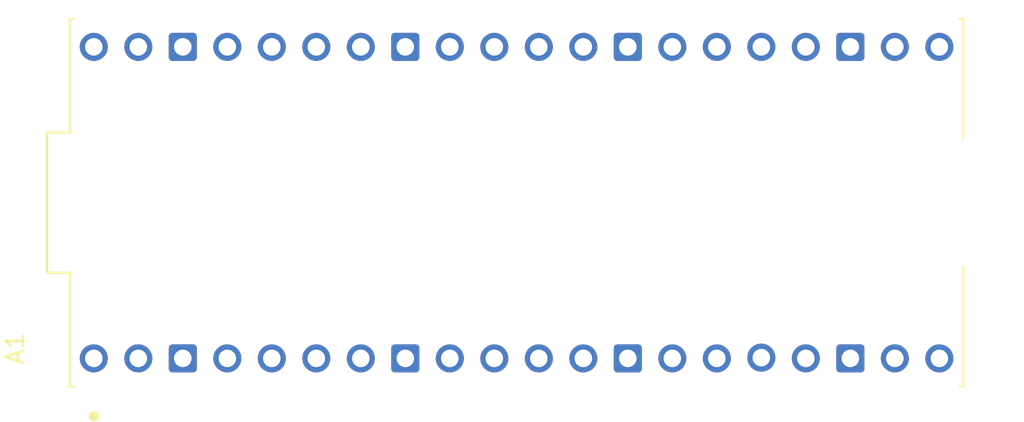
<source format=kicad_pcb>
(kicad_pcb (version 20240108) (generator "pcbnew") (generator_version "8.0")
  (layers (0 "F.Cu" signal) (31 "B.Cu" signal) (34 "B.Paste" user) (35 "F.Paste" user) (36 "B.SilkS" user "B.Silkscreen") (37 "F.SilkS" user "F.Silkscreen") (38 "B.Mask" user) (39 "F.Mask" user) (44 "Edge.Cuts" user))
  (net 0 "")
  (footprint "bsides:MODULE_SC0918" (layer "F.Cu") (at 128.89 102.15 90)
    (property "Reference" "A1" (at -8.325 -28.635 270) (layer "F.SilkS"))
    (property "Value" "SC0918")
    (fp_line (start 4 -26.8) (end 4 -25.5) (stroke (width 0.127)) (layer "F.SilkS"))
    (fp_line (start -4 -26.8) (end 4 -26.8) (stroke (width 0.127)) (layer "F.SilkS"))
    (fp_line (start 10.5 -25.5) (end 10.5 -25.25) (stroke (width 0.127)) (layer "F.SilkS"))
    (fp_line (start 4 -25.5) (end 10.5 -25.5) (stroke (width 0.127)) (layer "F.SilkS"))
    (fp_line (start -4 -25.5) (end -4 -26.8) (stroke (width 0.127)) (layer "F.SilkS"))
    (fp_line (start -10.5 -25.5) (end -4 -25.5) (stroke (width 0.127)) (layer "F.SilkS"))
    (fp_line (start -10.5 -25.25) (end -10.5 -25.5) (stroke (width 0.127)) (layer "F.SilkS"))
    (fp_line (start 10.5 25.5) (end 10.5 25.25) (stroke (width 0.127)) (layer "F.SilkS"))
    (fp_line (start 10.5 25.5) (end 3.66 25.5) (stroke (width 0.127)) (layer "F.SilkS"))
    (fp_line (start -3.66 25.5) (end -10.5 25.5) (stroke (width 0.127)) (layer "F.SilkS"))
    (fp_line (start -10.5 25.5) (end -10.5 25.25) (stroke (width 0.127)) (layer "F.SilkS"))
    (fp_circle (center -12.19 -24.13) (end -11.99 -24.13) (stroke (width 0.2)) (fill solid) (layer "F.SilkS"))
    (pad "1" thru_hole circle (at -8.89 -24.13 90) (size 1.6 1.6) (drill 1) (layers "*.Cu" "*.Mask"))
    (pad "2" thru_hole circle (at -8.89 -21.59 90) (size 1.6 1.6) (drill 1) (layers "*.Cu" "*.Mask"))
    (pad "3" thru_hole roundrect (at -8.89 -19.05 90) (size 1.6 1.6) (drill 1) (layers "*.Cu" "*.Mask") (roundrect_rratio 0.125))
    (pad "4" thru_hole circle (at -8.89 -16.51 90) (size 1.6 1.6) (drill 1) (layers "*.Cu" "*.Mask"))
    (pad "5" thru_hole circle (at -8.89 -13.97 90) (size 1.6 1.6) (drill 1) (layers "*.Cu" "*.Mask"))
    (pad "6" thru_hole circle (at -8.89 -11.43 90) (size 1.6 1.6) (drill 1) (layers "*.Cu" "*.Mask"))
    (pad "7" thru_hole circle (at -8.89 -8.89 90) (size 1.6 1.6) (drill 1) (layers "*.Cu" "*.Mask"))
    (pad "8" thru_hole roundrect (at -8.89 -6.35 90) (size 1.6 1.6) (drill 1) (layers "*.Cu" "*.Mask") (roundrect_rratio 0.125))
    (pad "9" thru_hole circle (at -8.89 -3.81 90) (size 1.6 1.6) (drill 1) (layers "*.Cu" "*.Mask"))
    (pad "10" thru_hole circle (at -8.89 -1.27 90) (size 1.6 1.6) (drill 1) (layers "*.Cu" "*.Mask"))
    (pad "11" thru_hole circle (at -8.89 1.27 90) (size 1.6 1.6) (drill 1) (layers "*.Cu" "*.Mask"))
    (pad "12" thru_hole circle (at -8.89 3.81 90) (size 1.6 1.6) (drill 1) (layers "*.Cu" "*.Mask"))
    (pad "13" thru_hole roundrect (at -8.89 6.35 90) (size 1.6 1.6) (drill 1) (layers "*.Cu" "*.Mask") (roundrect_rratio 0.125))
    (pad "14" thru_hole circle (at -8.89 8.89 90) (size 1.6 1.6) (drill 1) (layers "*.Cu" "*.Mask"))
    (pad "15" thru_hole circle (at -8.89 11.43 90) (size 1.6 1.6) (drill 1) (layers "*.Cu" "*.Mask"))
    (pad "16" thru_hole circle (at -8.848119 13.97 90) (size 1.6 1.6) (drill 1) (layers "*.Cu" "*.Mask"))
    (pad "17" thru_hole circle (at -8.89 16.51 90) (size 1.6 1.6) (drill 1) (layers "*.Cu" "*.Mask"))
    (pad "18" thru_hole roundrect (at -8.89 19.05 90) (size 1.6 1.6) (drill 1) (layers "*.Cu" "*.Mask") (roundrect_rratio 0.125))
    (pad "19" thru_hole circle (at -8.89 21.59 90) (size 1.6 1.6) (drill 1) (layers "*.Cu" "*.Mask"))
    (pad "20" thru_hole circle (at -8.89 24.13 90) (size 1.6 1.6) (drill 1) (layers "*.Cu" "*.Mask"))
    (pad "21" thru_hole circle (at 8.89 24.13 90) (size 1.6 1.6) (drill 1) (layers "*.Cu" "*.Mask"))
    (pad "22" thru_hole circle (at 8.89 21.59 90) (size 1.6 1.6) (drill 1) (layers "*.Cu" "*.Mask"))
    (pad "23" thru_hole roundrect (at 8.89 19.05 90) (size 1.6 1.6) (drill 1) (layers "*.Cu" "*.Mask") (roundrect_rratio 0.125))
    (pad "24" thru_hole circle (at 8.89 16.51 90) (size 1.6 1.6) (drill 1) (layers "*.Cu" "*.Mask"))
    (pad "25" thru_hole circle (at 8.89 13.97 90) (size 1.6 1.6) (drill 1) (layers "*.Cu" "*.Mask"))
    (pad "26" thru_hole circle (at 8.89 11.43 90) (size 1.6 1.6) (drill 1) (layers "*.Cu" "*.Mask"))
    (pad "27" thru_hole circle (at 8.89 8.89 90) (size 1.6 1.6) (drill 1) (layers "*.Cu" "*.Mask"))
    (pad "28" thru_hole roundrect (at 8.89 6.35 90) (size 1.6 1.6) (drill 1) (layers "*.Cu" "*.Mask") (roundrect_rratio 0.125))
    (pad "29" thru_hole circle (at 8.89 3.81 90) (size 1.6 1.6) (drill 1) (layers "*.Cu" "*.Mask"))
    (pad "30" thru_hole circle (at 8.89 1.27 90) (size 1.6 1.6) (drill 1) (layers "*.Cu" "*.Mask"))
    (pad "31" thru_hole circle (at 8.89 -1.27 90) (size 1.6 1.6) (drill 1) (layers "*.Cu" "*.Mask"))
    (pad "32" thru_hole circle (at 8.89 -3.81 90) (size 1.6 1.6) (drill 1) (layers "*.Cu" "*.Mask"))
    (pad "33" thru_hole roundrect (at 8.89 -6.35 90) (size 1.6 1.6) (drill 1) (layers "*.Cu" "*.Mask") (roundrect_rratio 0.125))
    (pad "34" thru_hole circle (at 8.89 -8.89 90) (size 1.6 1.6) (drill 1) (layers "*.Cu" "*.Mask"))
    (pad "35" thru_hole circle (at 8.89 -11.43 90) (size 1.6 1.6) (drill 1) (layers "*.Cu" "*.Mask"))
    (pad "36" thru_hole circle (at 8.89 -13.97 90) (size 1.6 1.6) (drill 1) (layers "*.Cu" "*.Mask"))
    (pad "37" thru_hole circle (at 8.89 -16.51 90) (size 1.6 1.6) (drill 1) (layers "*.Cu" "*.Mask"))
    (pad "38" thru_hole roundrect (at 8.89 -19.05 90) (size 1.6 1.6) (drill 1) (layers "*.Cu" "*.Mask") (roundrect_rratio 0.125))
    (pad "39" thru_hole circle (at 8.89 -21.59 90) (size 1.6 1.6) (drill 1) (layers "*.Cu" "*.Mask"))
    (pad "40" thru_hole circle (at 8.89 -24.13 90) (size 1.6 1.6) (drill 1) (layers "*.Cu" "*.Mask"))
  )
)
</source>
